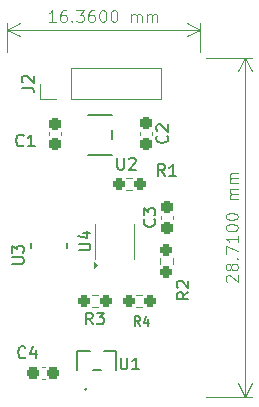
<source format=gbr>
%TF.GenerationSoftware,KiCad,Pcbnew,8.0.1*%
%TF.CreationDate,2025-01-22T19:34:23-07:00*%
%TF.ProjectId,TempSensor,54656d70-5365-46e7-936f-722e6b696361,rev?*%
%TF.SameCoordinates,Original*%
%TF.FileFunction,Legend,Top*%
%TF.FilePolarity,Positive*%
%FSLAX46Y46*%
G04 Gerber Fmt 4.6, Leading zero omitted, Abs format (unit mm)*
G04 Created by KiCad (PCBNEW 8.0.1) date 2025-01-22 19:34:23*
%MOMM*%
%LPD*%
G01*
G04 APERTURE LIST*
G04 Aperture macros list*
%AMRoundRect*
0 Rectangle with rounded corners*
0 $1 Rounding radius*
0 $2 $3 $4 $5 $6 $7 $8 $9 X,Y pos of 4 corners*
0 Add a 4 corners polygon primitive as box body*
4,1,4,$2,$3,$4,$5,$6,$7,$8,$9,$2,$3,0*
0 Add four circle primitives for the rounded corners*
1,1,$1+$1,$2,$3*
1,1,$1+$1,$4,$5*
1,1,$1+$1,$6,$7*
1,1,$1+$1,$8,$9*
0 Add four rect primitives between the rounded corners*
20,1,$1+$1,$2,$3,$4,$5,0*
20,1,$1+$1,$4,$5,$6,$7,0*
20,1,$1+$1,$6,$7,$8,$9,0*
20,1,$1+$1,$8,$9,$2,$3,0*%
G04 Aperture macros list end*
%ADD10C,0.100000*%
%ADD11C,0.150000*%
%ADD12C,0.152400*%
%ADD13C,0.120000*%
%ADD14R,0.558800X1.473200*%
%ADD15RoundRect,0.237500X-0.237500X0.300000X-0.237500X-0.300000X0.237500X-0.300000X0.237500X0.300000X0*%
%ADD16RoundRect,0.237500X-0.237500X0.250000X-0.237500X-0.250000X0.237500X-0.250000X0.237500X0.250000X0*%
%ADD17R,1.700000X1.700000*%
%ADD18O,1.700000X1.700000*%
%ADD19R,1.320800X0.508000*%
%ADD20RoundRect,0.237500X0.250000X0.237500X-0.250000X0.237500X-0.250000X-0.237500X0.250000X-0.237500X0*%
%ADD21RoundRect,0.237500X0.237500X-0.300000X0.237500X0.300000X-0.237500X0.300000X-0.237500X-0.300000X0*%
%ADD22RoundRect,0.237500X0.300000X0.237500X-0.300000X0.237500X-0.300000X-0.237500X0.300000X-0.237500X0*%
%ADD23R,0.558800X1.320800*%
%ADD24R,0.450000X1.450000*%
G04 APERTURE END LIST*
D10*
X188592657Y-80434046D02*
X188545038Y-80386427D01*
X188545038Y-80386427D02*
X188497419Y-80291189D01*
X188497419Y-80291189D02*
X188497419Y-80053094D01*
X188497419Y-80053094D02*
X188545038Y-79957856D01*
X188545038Y-79957856D02*
X188592657Y-79910237D01*
X188592657Y-79910237D02*
X188687895Y-79862618D01*
X188687895Y-79862618D02*
X188783133Y-79862618D01*
X188783133Y-79862618D02*
X188925990Y-79910237D01*
X188925990Y-79910237D02*
X189497419Y-80481665D01*
X189497419Y-80481665D02*
X189497419Y-79862618D01*
X188925990Y-79291189D02*
X188878371Y-79386427D01*
X188878371Y-79386427D02*
X188830752Y-79434046D01*
X188830752Y-79434046D02*
X188735514Y-79481665D01*
X188735514Y-79481665D02*
X188687895Y-79481665D01*
X188687895Y-79481665D02*
X188592657Y-79434046D01*
X188592657Y-79434046D02*
X188545038Y-79386427D01*
X188545038Y-79386427D02*
X188497419Y-79291189D01*
X188497419Y-79291189D02*
X188497419Y-79100713D01*
X188497419Y-79100713D02*
X188545038Y-79005475D01*
X188545038Y-79005475D02*
X188592657Y-78957856D01*
X188592657Y-78957856D02*
X188687895Y-78910237D01*
X188687895Y-78910237D02*
X188735514Y-78910237D01*
X188735514Y-78910237D02*
X188830752Y-78957856D01*
X188830752Y-78957856D02*
X188878371Y-79005475D01*
X188878371Y-79005475D02*
X188925990Y-79100713D01*
X188925990Y-79100713D02*
X188925990Y-79291189D01*
X188925990Y-79291189D02*
X188973609Y-79386427D01*
X188973609Y-79386427D02*
X189021228Y-79434046D01*
X189021228Y-79434046D02*
X189116466Y-79481665D01*
X189116466Y-79481665D02*
X189306942Y-79481665D01*
X189306942Y-79481665D02*
X189402180Y-79434046D01*
X189402180Y-79434046D02*
X189449800Y-79386427D01*
X189449800Y-79386427D02*
X189497419Y-79291189D01*
X189497419Y-79291189D02*
X189497419Y-79100713D01*
X189497419Y-79100713D02*
X189449800Y-79005475D01*
X189449800Y-79005475D02*
X189402180Y-78957856D01*
X189402180Y-78957856D02*
X189306942Y-78910237D01*
X189306942Y-78910237D02*
X189116466Y-78910237D01*
X189116466Y-78910237D02*
X189021228Y-78957856D01*
X189021228Y-78957856D02*
X188973609Y-79005475D01*
X188973609Y-79005475D02*
X188925990Y-79100713D01*
X189402180Y-78481665D02*
X189449800Y-78434046D01*
X189449800Y-78434046D02*
X189497419Y-78481665D01*
X189497419Y-78481665D02*
X189449800Y-78529284D01*
X189449800Y-78529284D02*
X189402180Y-78481665D01*
X189402180Y-78481665D02*
X189497419Y-78481665D01*
X188497419Y-78100713D02*
X188497419Y-77434047D01*
X188497419Y-77434047D02*
X189497419Y-77862618D01*
X189497419Y-76529285D02*
X189497419Y-77100713D01*
X189497419Y-76814999D02*
X188497419Y-76814999D01*
X188497419Y-76814999D02*
X188640276Y-76910237D01*
X188640276Y-76910237D02*
X188735514Y-77005475D01*
X188735514Y-77005475D02*
X188783133Y-77100713D01*
X188497419Y-75910237D02*
X188497419Y-75814999D01*
X188497419Y-75814999D02*
X188545038Y-75719761D01*
X188545038Y-75719761D02*
X188592657Y-75672142D01*
X188592657Y-75672142D02*
X188687895Y-75624523D01*
X188687895Y-75624523D02*
X188878371Y-75576904D01*
X188878371Y-75576904D02*
X189116466Y-75576904D01*
X189116466Y-75576904D02*
X189306942Y-75624523D01*
X189306942Y-75624523D02*
X189402180Y-75672142D01*
X189402180Y-75672142D02*
X189449800Y-75719761D01*
X189449800Y-75719761D02*
X189497419Y-75814999D01*
X189497419Y-75814999D02*
X189497419Y-75910237D01*
X189497419Y-75910237D02*
X189449800Y-76005475D01*
X189449800Y-76005475D02*
X189402180Y-76053094D01*
X189402180Y-76053094D02*
X189306942Y-76100713D01*
X189306942Y-76100713D02*
X189116466Y-76148332D01*
X189116466Y-76148332D02*
X188878371Y-76148332D01*
X188878371Y-76148332D02*
X188687895Y-76100713D01*
X188687895Y-76100713D02*
X188592657Y-76053094D01*
X188592657Y-76053094D02*
X188545038Y-76005475D01*
X188545038Y-76005475D02*
X188497419Y-75910237D01*
X188497419Y-74957856D02*
X188497419Y-74862618D01*
X188497419Y-74862618D02*
X188545038Y-74767380D01*
X188545038Y-74767380D02*
X188592657Y-74719761D01*
X188592657Y-74719761D02*
X188687895Y-74672142D01*
X188687895Y-74672142D02*
X188878371Y-74624523D01*
X188878371Y-74624523D02*
X189116466Y-74624523D01*
X189116466Y-74624523D02*
X189306942Y-74672142D01*
X189306942Y-74672142D02*
X189402180Y-74719761D01*
X189402180Y-74719761D02*
X189449800Y-74767380D01*
X189449800Y-74767380D02*
X189497419Y-74862618D01*
X189497419Y-74862618D02*
X189497419Y-74957856D01*
X189497419Y-74957856D02*
X189449800Y-75053094D01*
X189449800Y-75053094D02*
X189402180Y-75100713D01*
X189402180Y-75100713D02*
X189306942Y-75148332D01*
X189306942Y-75148332D02*
X189116466Y-75195951D01*
X189116466Y-75195951D02*
X188878371Y-75195951D01*
X188878371Y-75195951D02*
X188687895Y-75148332D01*
X188687895Y-75148332D02*
X188592657Y-75100713D01*
X188592657Y-75100713D02*
X188545038Y-75053094D01*
X188545038Y-75053094D02*
X188497419Y-74957856D01*
X189497419Y-73434046D02*
X188830752Y-73434046D01*
X188925990Y-73434046D02*
X188878371Y-73386427D01*
X188878371Y-73386427D02*
X188830752Y-73291189D01*
X188830752Y-73291189D02*
X188830752Y-73148332D01*
X188830752Y-73148332D02*
X188878371Y-73053094D01*
X188878371Y-73053094D02*
X188973609Y-73005475D01*
X188973609Y-73005475D02*
X189497419Y-73005475D01*
X188973609Y-73005475D02*
X188878371Y-72957856D01*
X188878371Y-72957856D02*
X188830752Y-72862618D01*
X188830752Y-72862618D02*
X188830752Y-72719761D01*
X188830752Y-72719761D02*
X188878371Y-72624522D01*
X188878371Y-72624522D02*
X188973609Y-72576903D01*
X188973609Y-72576903D02*
X189497419Y-72576903D01*
X189497419Y-72100713D02*
X188830752Y-72100713D01*
X188925990Y-72100713D02*
X188878371Y-72053094D01*
X188878371Y-72053094D02*
X188830752Y-71957856D01*
X188830752Y-71957856D02*
X188830752Y-71814999D01*
X188830752Y-71814999D02*
X188878371Y-71719761D01*
X188878371Y-71719761D02*
X188973609Y-71672142D01*
X188973609Y-71672142D02*
X189497419Y-71672142D01*
X188973609Y-71672142D02*
X188878371Y-71624523D01*
X188878371Y-71624523D02*
X188830752Y-71529285D01*
X188830752Y-71529285D02*
X188830752Y-71386428D01*
X188830752Y-71386428D02*
X188878371Y-71291189D01*
X188878371Y-71291189D02*
X188973609Y-71243570D01*
X188973609Y-71243570D02*
X189497419Y-71243570D01*
X186805000Y-61460000D02*
X190726420Y-61460000D01*
X186805000Y-90170000D02*
X190726420Y-90170000D01*
X190140000Y-61460000D02*
X190140000Y-90170000D01*
X190140000Y-61460000D02*
X190140000Y-90170000D01*
X190140000Y-61460000D02*
X190726421Y-62586504D01*
X190140000Y-61460000D02*
X189553579Y-62586504D01*
X190140000Y-90170000D02*
X189553579Y-89043496D01*
X190140000Y-90170000D02*
X190726421Y-89043496D01*
X174077381Y-58437419D02*
X173505953Y-58437419D01*
X173791667Y-58437419D02*
X173791667Y-57437419D01*
X173791667Y-57437419D02*
X173696429Y-57580276D01*
X173696429Y-57580276D02*
X173601191Y-57675514D01*
X173601191Y-57675514D02*
X173505953Y-57723133D01*
X174934524Y-57437419D02*
X174744048Y-57437419D01*
X174744048Y-57437419D02*
X174648810Y-57485038D01*
X174648810Y-57485038D02*
X174601191Y-57532657D01*
X174601191Y-57532657D02*
X174505953Y-57675514D01*
X174505953Y-57675514D02*
X174458334Y-57865990D01*
X174458334Y-57865990D02*
X174458334Y-58246942D01*
X174458334Y-58246942D02*
X174505953Y-58342180D01*
X174505953Y-58342180D02*
X174553572Y-58389800D01*
X174553572Y-58389800D02*
X174648810Y-58437419D01*
X174648810Y-58437419D02*
X174839286Y-58437419D01*
X174839286Y-58437419D02*
X174934524Y-58389800D01*
X174934524Y-58389800D02*
X174982143Y-58342180D01*
X174982143Y-58342180D02*
X175029762Y-58246942D01*
X175029762Y-58246942D02*
X175029762Y-58008847D01*
X175029762Y-58008847D02*
X174982143Y-57913609D01*
X174982143Y-57913609D02*
X174934524Y-57865990D01*
X174934524Y-57865990D02*
X174839286Y-57818371D01*
X174839286Y-57818371D02*
X174648810Y-57818371D01*
X174648810Y-57818371D02*
X174553572Y-57865990D01*
X174553572Y-57865990D02*
X174505953Y-57913609D01*
X174505953Y-57913609D02*
X174458334Y-58008847D01*
X175458334Y-58342180D02*
X175505953Y-58389800D01*
X175505953Y-58389800D02*
X175458334Y-58437419D01*
X175458334Y-58437419D02*
X175410715Y-58389800D01*
X175410715Y-58389800D02*
X175458334Y-58342180D01*
X175458334Y-58342180D02*
X175458334Y-58437419D01*
X175839286Y-57437419D02*
X176458333Y-57437419D01*
X176458333Y-57437419D02*
X176125000Y-57818371D01*
X176125000Y-57818371D02*
X176267857Y-57818371D01*
X176267857Y-57818371D02*
X176363095Y-57865990D01*
X176363095Y-57865990D02*
X176410714Y-57913609D01*
X176410714Y-57913609D02*
X176458333Y-58008847D01*
X176458333Y-58008847D02*
X176458333Y-58246942D01*
X176458333Y-58246942D02*
X176410714Y-58342180D01*
X176410714Y-58342180D02*
X176363095Y-58389800D01*
X176363095Y-58389800D02*
X176267857Y-58437419D01*
X176267857Y-58437419D02*
X175982143Y-58437419D01*
X175982143Y-58437419D02*
X175886905Y-58389800D01*
X175886905Y-58389800D02*
X175839286Y-58342180D01*
X177315476Y-57437419D02*
X177125000Y-57437419D01*
X177125000Y-57437419D02*
X177029762Y-57485038D01*
X177029762Y-57485038D02*
X176982143Y-57532657D01*
X176982143Y-57532657D02*
X176886905Y-57675514D01*
X176886905Y-57675514D02*
X176839286Y-57865990D01*
X176839286Y-57865990D02*
X176839286Y-58246942D01*
X176839286Y-58246942D02*
X176886905Y-58342180D01*
X176886905Y-58342180D02*
X176934524Y-58389800D01*
X176934524Y-58389800D02*
X177029762Y-58437419D01*
X177029762Y-58437419D02*
X177220238Y-58437419D01*
X177220238Y-58437419D02*
X177315476Y-58389800D01*
X177315476Y-58389800D02*
X177363095Y-58342180D01*
X177363095Y-58342180D02*
X177410714Y-58246942D01*
X177410714Y-58246942D02*
X177410714Y-58008847D01*
X177410714Y-58008847D02*
X177363095Y-57913609D01*
X177363095Y-57913609D02*
X177315476Y-57865990D01*
X177315476Y-57865990D02*
X177220238Y-57818371D01*
X177220238Y-57818371D02*
X177029762Y-57818371D01*
X177029762Y-57818371D02*
X176934524Y-57865990D01*
X176934524Y-57865990D02*
X176886905Y-57913609D01*
X176886905Y-57913609D02*
X176839286Y-58008847D01*
X178029762Y-57437419D02*
X178125000Y-57437419D01*
X178125000Y-57437419D02*
X178220238Y-57485038D01*
X178220238Y-57485038D02*
X178267857Y-57532657D01*
X178267857Y-57532657D02*
X178315476Y-57627895D01*
X178315476Y-57627895D02*
X178363095Y-57818371D01*
X178363095Y-57818371D02*
X178363095Y-58056466D01*
X178363095Y-58056466D02*
X178315476Y-58246942D01*
X178315476Y-58246942D02*
X178267857Y-58342180D01*
X178267857Y-58342180D02*
X178220238Y-58389800D01*
X178220238Y-58389800D02*
X178125000Y-58437419D01*
X178125000Y-58437419D02*
X178029762Y-58437419D01*
X178029762Y-58437419D02*
X177934524Y-58389800D01*
X177934524Y-58389800D02*
X177886905Y-58342180D01*
X177886905Y-58342180D02*
X177839286Y-58246942D01*
X177839286Y-58246942D02*
X177791667Y-58056466D01*
X177791667Y-58056466D02*
X177791667Y-57818371D01*
X177791667Y-57818371D02*
X177839286Y-57627895D01*
X177839286Y-57627895D02*
X177886905Y-57532657D01*
X177886905Y-57532657D02*
X177934524Y-57485038D01*
X177934524Y-57485038D02*
X178029762Y-57437419D01*
X178982143Y-57437419D02*
X179077381Y-57437419D01*
X179077381Y-57437419D02*
X179172619Y-57485038D01*
X179172619Y-57485038D02*
X179220238Y-57532657D01*
X179220238Y-57532657D02*
X179267857Y-57627895D01*
X179267857Y-57627895D02*
X179315476Y-57818371D01*
X179315476Y-57818371D02*
X179315476Y-58056466D01*
X179315476Y-58056466D02*
X179267857Y-58246942D01*
X179267857Y-58246942D02*
X179220238Y-58342180D01*
X179220238Y-58342180D02*
X179172619Y-58389800D01*
X179172619Y-58389800D02*
X179077381Y-58437419D01*
X179077381Y-58437419D02*
X178982143Y-58437419D01*
X178982143Y-58437419D02*
X178886905Y-58389800D01*
X178886905Y-58389800D02*
X178839286Y-58342180D01*
X178839286Y-58342180D02*
X178791667Y-58246942D01*
X178791667Y-58246942D02*
X178744048Y-58056466D01*
X178744048Y-58056466D02*
X178744048Y-57818371D01*
X178744048Y-57818371D02*
X178791667Y-57627895D01*
X178791667Y-57627895D02*
X178839286Y-57532657D01*
X178839286Y-57532657D02*
X178886905Y-57485038D01*
X178886905Y-57485038D02*
X178982143Y-57437419D01*
X180505953Y-58437419D02*
X180505953Y-57770752D01*
X180505953Y-57865990D02*
X180553572Y-57818371D01*
X180553572Y-57818371D02*
X180648810Y-57770752D01*
X180648810Y-57770752D02*
X180791667Y-57770752D01*
X180791667Y-57770752D02*
X180886905Y-57818371D01*
X180886905Y-57818371D02*
X180934524Y-57913609D01*
X180934524Y-57913609D02*
X180934524Y-58437419D01*
X180934524Y-57913609D02*
X180982143Y-57818371D01*
X180982143Y-57818371D02*
X181077381Y-57770752D01*
X181077381Y-57770752D02*
X181220238Y-57770752D01*
X181220238Y-57770752D02*
X181315477Y-57818371D01*
X181315477Y-57818371D02*
X181363096Y-57913609D01*
X181363096Y-57913609D02*
X181363096Y-58437419D01*
X181839286Y-58437419D02*
X181839286Y-57770752D01*
X181839286Y-57865990D02*
X181886905Y-57818371D01*
X181886905Y-57818371D02*
X181982143Y-57770752D01*
X181982143Y-57770752D02*
X182125000Y-57770752D01*
X182125000Y-57770752D02*
X182220238Y-57818371D01*
X182220238Y-57818371D02*
X182267857Y-57913609D01*
X182267857Y-57913609D02*
X182267857Y-58437419D01*
X182267857Y-57913609D02*
X182315476Y-57818371D01*
X182315476Y-57818371D02*
X182410714Y-57770752D01*
X182410714Y-57770752D02*
X182553571Y-57770752D01*
X182553571Y-57770752D02*
X182648810Y-57818371D01*
X182648810Y-57818371D02*
X182696429Y-57913609D01*
X182696429Y-57913609D02*
X182696429Y-58437419D01*
X169945000Y-60960000D02*
X169945000Y-58493580D01*
X186305000Y-60960000D02*
X186305000Y-58493580D01*
X169945000Y-59080000D02*
X186305000Y-59080000D01*
X169945000Y-59080000D02*
X186305000Y-59080000D01*
X169945000Y-59080000D02*
X171071504Y-58493579D01*
X169945000Y-59080000D02*
X171071504Y-59666421D01*
X186305000Y-59080000D02*
X185178496Y-59666421D01*
X186305000Y-59080000D02*
X185178496Y-58493579D01*
D11*
X170394817Y-78939302D02*
X171204340Y-78939302D01*
X171204340Y-78939302D02*
X171299578Y-78891683D01*
X171299578Y-78891683D02*
X171347198Y-78844064D01*
X171347198Y-78844064D02*
X171394817Y-78748826D01*
X171394817Y-78748826D02*
X171394817Y-78558350D01*
X171394817Y-78558350D02*
X171347198Y-78463112D01*
X171347198Y-78463112D02*
X171299578Y-78415493D01*
X171299578Y-78415493D02*
X171204340Y-78367874D01*
X171204340Y-78367874D02*
X170394817Y-78367874D01*
X170394817Y-77986921D02*
X170394817Y-77367874D01*
X170394817Y-77367874D02*
X170775769Y-77701207D01*
X170775769Y-77701207D02*
X170775769Y-77558350D01*
X170775769Y-77558350D02*
X170823388Y-77463112D01*
X170823388Y-77463112D02*
X170871007Y-77415493D01*
X170871007Y-77415493D02*
X170966245Y-77367874D01*
X170966245Y-77367874D02*
X171204340Y-77367874D01*
X171204340Y-77367874D02*
X171299578Y-77415493D01*
X171299578Y-77415493D02*
X171347198Y-77463112D01*
X171347198Y-77463112D02*
X171394817Y-77558350D01*
X171394817Y-77558350D02*
X171394817Y-77844064D01*
X171394817Y-77844064D02*
X171347198Y-77939302D01*
X171347198Y-77939302D02*
X171299578Y-77986921D01*
X171363333Y-68879580D02*
X171315714Y-68927200D01*
X171315714Y-68927200D02*
X171172857Y-68974819D01*
X171172857Y-68974819D02*
X171077619Y-68974819D01*
X171077619Y-68974819D02*
X170934762Y-68927200D01*
X170934762Y-68927200D02*
X170839524Y-68831961D01*
X170839524Y-68831961D02*
X170791905Y-68736723D01*
X170791905Y-68736723D02*
X170744286Y-68546247D01*
X170744286Y-68546247D02*
X170744286Y-68403390D01*
X170744286Y-68403390D02*
X170791905Y-68212914D01*
X170791905Y-68212914D02*
X170839524Y-68117676D01*
X170839524Y-68117676D02*
X170934762Y-68022438D01*
X170934762Y-68022438D02*
X171077619Y-67974819D01*
X171077619Y-67974819D02*
X171172857Y-67974819D01*
X171172857Y-67974819D02*
X171315714Y-68022438D01*
X171315714Y-68022438D02*
X171363333Y-68070057D01*
X172315714Y-68974819D02*
X171744286Y-68974819D01*
X172030000Y-68974819D02*
X172030000Y-67974819D01*
X172030000Y-67974819D02*
X171934762Y-68117676D01*
X171934762Y-68117676D02*
X171839524Y-68212914D01*
X171839524Y-68212914D02*
X171744286Y-68260533D01*
X185324819Y-81306666D02*
X184848628Y-81639999D01*
X185324819Y-81878094D02*
X184324819Y-81878094D01*
X184324819Y-81878094D02*
X184324819Y-81497142D01*
X184324819Y-81497142D02*
X184372438Y-81401904D01*
X184372438Y-81401904D02*
X184420057Y-81354285D01*
X184420057Y-81354285D02*
X184515295Y-81306666D01*
X184515295Y-81306666D02*
X184658152Y-81306666D01*
X184658152Y-81306666D02*
X184753390Y-81354285D01*
X184753390Y-81354285D02*
X184801009Y-81401904D01*
X184801009Y-81401904D02*
X184848628Y-81497142D01*
X184848628Y-81497142D02*
X184848628Y-81878094D01*
X184420057Y-80925713D02*
X184372438Y-80878094D01*
X184372438Y-80878094D02*
X184324819Y-80782856D01*
X184324819Y-80782856D02*
X184324819Y-80544761D01*
X184324819Y-80544761D02*
X184372438Y-80449523D01*
X184372438Y-80449523D02*
X184420057Y-80401904D01*
X184420057Y-80401904D02*
X184515295Y-80354285D01*
X184515295Y-80354285D02*
X184610533Y-80354285D01*
X184610533Y-80354285D02*
X184753390Y-80401904D01*
X184753390Y-80401904D02*
X185324819Y-80973332D01*
X185324819Y-80973332D02*
X185324819Y-80354285D01*
X171214819Y-63993333D02*
X171929104Y-63993333D01*
X171929104Y-63993333D02*
X172071961Y-64040952D01*
X172071961Y-64040952D02*
X172167200Y-64136190D01*
X172167200Y-64136190D02*
X172214819Y-64279047D01*
X172214819Y-64279047D02*
X172214819Y-64374285D01*
X171310057Y-63564761D02*
X171262438Y-63517142D01*
X171262438Y-63517142D02*
X171214819Y-63421904D01*
X171214819Y-63421904D02*
X171214819Y-63183809D01*
X171214819Y-63183809D02*
X171262438Y-63088571D01*
X171262438Y-63088571D02*
X171310057Y-63040952D01*
X171310057Y-63040952D02*
X171405295Y-62993333D01*
X171405295Y-62993333D02*
X171500533Y-62993333D01*
X171500533Y-62993333D02*
X171643390Y-63040952D01*
X171643390Y-63040952D02*
X172214819Y-63612380D01*
X172214819Y-63612380D02*
X172214819Y-62993333D01*
X179308095Y-69934819D02*
X179308095Y-70744342D01*
X179308095Y-70744342D02*
X179355714Y-70839580D01*
X179355714Y-70839580D02*
X179403333Y-70887200D01*
X179403333Y-70887200D02*
X179498571Y-70934819D01*
X179498571Y-70934819D02*
X179689047Y-70934819D01*
X179689047Y-70934819D02*
X179784285Y-70887200D01*
X179784285Y-70887200D02*
X179831904Y-70839580D01*
X179831904Y-70839580D02*
X179879523Y-70744342D01*
X179879523Y-70744342D02*
X179879523Y-69934819D01*
X180308095Y-70030057D02*
X180355714Y-69982438D01*
X180355714Y-69982438D02*
X180450952Y-69934819D01*
X180450952Y-69934819D02*
X180689047Y-69934819D01*
X180689047Y-69934819D02*
X180784285Y-69982438D01*
X180784285Y-69982438D02*
X180831904Y-70030057D01*
X180831904Y-70030057D02*
X180879523Y-70125295D01*
X180879523Y-70125295D02*
X180879523Y-70220533D01*
X180879523Y-70220533D02*
X180831904Y-70363390D01*
X180831904Y-70363390D02*
X180260476Y-70934819D01*
X180260476Y-70934819D02*
X180879523Y-70934819D01*
X177223333Y-84044819D02*
X176890000Y-83568628D01*
X176651905Y-84044819D02*
X176651905Y-83044819D01*
X176651905Y-83044819D02*
X177032857Y-83044819D01*
X177032857Y-83044819D02*
X177128095Y-83092438D01*
X177128095Y-83092438D02*
X177175714Y-83140057D01*
X177175714Y-83140057D02*
X177223333Y-83235295D01*
X177223333Y-83235295D02*
X177223333Y-83378152D01*
X177223333Y-83378152D02*
X177175714Y-83473390D01*
X177175714Y-83473390D02*
X177128095Y-83521009D01*
X177128095Y-83521009D02*
X177032857Y-83568628D01*
X177032857Y-83568628D02*
X176651905Y-83568628D01*
X177556667Y-83044819D02*
X178175714Y-83044819D01*
X178175714Y-83044819D02*
X177842381Y-83425771D01*
X177842381Y-83425771D02*
X177985238Y-83425771D01*
X177985238Y-83425771D02*
X178080476Y-83473390D01*
X178080476Y-83473390D02*
X178128095Y-83521009D01*
X178128095Y-83521009D02*
X178175714Y-83616247D01*
X178175714Y-83616247D02*
X178175714Y-83854342D01*
X178175714Y-83854342D02*
X178128095Y-83949580D01*
X178128095Y-83949580D02*
X178080476Y-83997200D01*
X178080476Y-83997200D02*
X177985238Y-84044819D01*
X177985238Y-84044819D02*
X177699524Y-84044819D01*
X177699524Y-84044819D02*
X177604286Y-83997200D01*
X177604286Y-83997200D02*
X177556667Y-83949580D01*
X181226667Y-84162295D02*
X180960000Y-83781342D01*
X180769524Y-84162295D02*
X180769524Y-83362295D01*
X180769524Y-83362295D02*
X181074286Y-83362295D01*
X181074286Y-83362295D02*
X181150476Y-83400390D01*
X181150476Y-83400390D02*
X181188571Y-83438485D01*
X181188571Y-83438485D02*
X181226667Y-83514676D01*
X181226667Y-83514676D02*
X181226667Y-83628961D01*
X181226667Y-83628961D02*
X181188571Y-83705152D01*
X181188571Y-83705152D02*
X181150476Y-83743247D01*
X181150476Y-83743247D02*
X181074286Y-83781342D01*
X181074286Y-83781342D02*
X180769524Y-83781342D01*
X181912381Y-83628961D02*
X181912381Y-84162295D01*
X181721905Y-83324200D02*
X181531428Y-83895628D01*
X181531428Y-83895628D02*
X182026667Y-83895628D01*
X182429580Y-75149166D02*
X182477200Y-75196785D01*
X182477200Y-75196785D02*
X182524819Y-75339642D01*
X182524819Y-75339642D02*
X182524819Y-75434880D01*
X182524819Y-75434880D02*
X182477200Y-75577737D01*
X182477200Y-75577737D02*
X182381961Y-75672975D01*
X182381961Y-75672975D02*
X182286723Y-75720594D01*
X182286723Y-75720594D02*
X182096247Y-75768213D01*
X182096247Y-75768213D02*
X181953390Y-75768213D01*
X181953390Y-75768213D02*
X181762914Y-75720594D01*
X181762914Y-75720594D02*
X181667676Y-75672975D01*
X181667676Y-75672975D02*
X181572438Y-75577737D01*
X181572438Y-75577737D02*
X181524819Y-75434880D01*
X181524819Y-75434880D02*
X181524819Y-75339642D01*
X181524819Y-75339642D02*
X181572438Y-75196785D01*
X181572438Y-75196785D02*
X181620057Y-75149166D01*
X181524819Y-74815832D02*
X181524819Y-74196785D01*
X181524819Y-74196785D02*
X181905771Y-74530118D01*
X181905771Y-74530118D02*
X181905771Y-74387261D01*
X181905771Y-74387261D02*
X181953390Y-74292023D01*
X181953390Y-74292023D02*
X182001009Y-74244404D01*
X182001009Y-74244404D02*
X182096247Y-74196785D01*
X182096247Y-74196785D02*
X182334342Y-74196785D01*
X182334342Y-74196785D02*
X182429580Y-74244404D01*
X182429580Y-74244404D02*
X182477200Y-74292023D01*
X182477200Y-74292023D02*
X182524819Y-74387261D01*
X182524819Y-74387261D02*
X182524819Y-74672975D01*
X182524819Y-74672975D02*
X182477200Y-74768213D01*
X182477200Y-74768213D02*
X182429580Y-74815832D01*
X183509580Y-68059167D02*
X183557200Y-68106786D01*
X183557200Y-68106786D02*
X183604819Y-68249643D01*
X183604819Y-68249643D02*
X183604819Y-68344881D01*
X183604819Y-68344881D02*
X183557200Y-68487738D01*
X183557200Y-68487738D02*
X183461961Y-68582976D01*
X183461961Y-68582976D02*
X183366723Y-68630595D01*
X183366723Y-68630595D02*
X183176247Y-68678214D01*
X183176247Y-68678214D02*
X183033390Y-68678214D01*
X183033390Y-68678214D02*
X182842914Y-68630595D01*
X182842914Y-68630595D02*
X182747676Y-68582976D01*
X182747676Y-68582976D02*
X182652438Y-68487738D01*
X182652438Y-68487738D02*
X182604819Y-68344881D01*
X182604819Y-68344881D02*
X182604819Y-68249643D01*
X182604819Y-68249643D02*
X182652438Y-68106786D01*
X182652438Y-68106786D02*
X182700057Y-68059167D01*
X182700057Y-67678214D02*
X182652438Y-67630595D01*
X182652438Y-67630595D02*
X182604819Y-67535357D01*
X182604819Y-67535357D02*
X182604819Y-67297262D01*
X182604819Y-67297262D02*
X182652438Y-67202024D01*
X182652438Y-67202024D02*
X182700057Y-67154405D01*
X182700057Y-67154405D02*
X182795295Y-67106786D01*
X182795295Y-67106786D02*
X182890533Y-67106786D01*
X182890533Y-67106786D02*
X183033390Y-67154405D01*
X183033390Y-67154405D02*
X183604819Y-67725833D01*
X183604819Y-67725833D02*
X183604819Y-67106786D01*
X171523333Y-86819580D02*
X171475714Y-86867200D01*
X171475714Y-86867200D02*
X171332857Y-86914819D01*
X171332857Y-86914819D02*
X171237619Y-86914819D01*
X171237619Y-86914819D02*
X171094762Y-86867200D01*
X171094762Y-86867200D02*
X170999524Y-86771961D01*
X170999524Y-86771961D02*
X170951905Y-86676723D01*
X170951905Y-86676723D02*
X170904286Y-86486247D01*
X170904286Y-86486247D02*
X170904286Y-86343390D01*
X170904286Y-86343390D02*
X170951905Y-86152914D01*
X170951905Y-86152914D02*
X170999524Y-86057676D01*
X170999524Y-86057676D02*
X171094762Y-85962438D01*
X171094762Y-85962438D02*
X171237619Y-85914819D01*
X171237619Y-85914819D02*
X171332857Y-85914819D01*
X171332857Y-85914819D02*
X171475714Y-85962438D01*
X171475714Y-85962438D02*
X171523333Y-86010057D01*
X172380476Y-86248152D02*
X172380476Y-86914819D01*
X172142381Y-85867200D02*
X171904286Y-86581485D01*
X171904286Y-86581485D02*
X172523333Y-86581485D01*
X179588095Y-86854819D02*
X179588095Y-87664342D01*
X179588095Y-87664342D02*
X179635714Y-87759580D01*
X179635714Y-87759580D02*
X179683333Y-87807200D01*
X179683333Y-87807200D02*
X179778571Y-87854819D01*
X179778571Y-87854819D02*
X179969047Y-87854819D01*
X179969047Y-87854819D02*
X180064285Y-87807200D01*
X180064285Y-87807200D02*
X180111904Y-87759580D01*
X180111904Y-87759580D02*
X180159523Y-87664342D01*
X180159523Y-87664342D02*
X180159523Y-86854819D01*
X181159523Y-87854819D02*
X180588095Y-87854819D01*
X180873809Y-87854819D02*
X180873809Y-86854819D01*
X180873809Y-86854819D02*
X180778571Y-86997676D01*
X180778571Y-86997676D02*
X180683333Y-87092914D01*
X180683333Y-87092914D02*
X180588095Y-87140533D01*
X183323333Y-71484819D02*
X182990000Y-71008628D01*
X182751905Y-71484819D02*
X182751905Y-70484819D01*
X182751905Y-70484819D02*
X183132857Y-70484819D01*
X183132857Y-70484819D02*
X183228095Y-70532438D01*
X183228095Y-70532438D02*
X183275714Y-70580057D01*
X183275714Y-70580057D02*
X183323333Y-70675295D01*
X183323333Y-70675295D02*
X183323333Y-70818152D01*
X183323333Y-70818152D02*
X183275714Y-70913390D01*
X183275714Y-70913390D02*
X183228095Y-70961009D01*
X183228095Y-70961009D02*
X183132857Y-71008628D01*
X183132857Y-71008628D02*
X182751905Y-71008628D01*
X184275714Y-71484819D02*
X183704286Y-71484819D01*
X183990000Y-71484819D02*
X183990000Y-70484819D01*
X183990000Y-70484819D02*
X183894762Y-70627676D01*
X183894762Y-70627676D02*
X183799524Y-70722914D01*
X183799524Y-70722914D02*
X183704286Y-70770533D01*
X176029819Y-77771904D02*
X176839342Y-77771904D01*
X176839342Y-77771904D02*
X176934580Y-77724285D01*
X176934580Y-77724285D02*
X176982200Y-77676666D01*
X176982200Y-77676666D02*
X177029819Y-77581428D01*
X177029819Y-77581428D02*
X177029819Y-77390952D01*
X177029819Y-77390952D02*
X176982200Y-77295714D01*
X176982200Y-77295714D02*
X176934580Y-77248095D01*
X176934580Y-77248095D02*
X176839342Y-77200476D01*
X176839342Y-77200476D02*
X176029819Y-77200476D01*
X176363152Y-76295714D02*
X177029819Y-76295714D01*
X175982200Y-76533809D02*
X176696485Y-76771904D01*
X176696485Y-76771904D02*
X176696485Y-76152857D01*
D12*
%TO.C,U3*%
X172015999Y-77136084D02*
X172015999Y-77588716D01*
X175063999Y-77588716D02*
X175063999Y-77136084D01*
D13*
%TO.C,C1*%
X173510000Y-67756234D02*
X173510000Y-68048768D01*
X174530000Y-67756234D02*
X174530000Y-68048768D01*
%TO.C,R2*%
X182937500Y-78447776D02*
X182937500Y-78957224D01*
X183982500Y-78447776D02*
X183982500Y-78957224D01*
%TO.C,J2*%
X172760000Y-64990000D02*
X172760000Y-63660000D01*
X174090000Y-64990000D02*
X172760000Y-64990000D01*
X175360000Y-62330000D02*
X183040000Y-62330000D01*
X175360000Y-64990000D02*
X175360000Y-62330000D01*
X175360000Y-64990000D02*
X183040000Y-64990000D01*
X183040000Y-64990000D02*
X183040000Y-62330000D01*
D12*
%TO.C,U2*%
X176826700Y-69666401D02*
X178884100Y-69666401D01*
X178884100Y-66313601D02*
X176826700Y-66313601D01*
X178884100Y-68353262D02*
X178884100Y-67626740D01*
D13*
%TO.C,R3*%
X177677224Y-81567500D02*
X177167776Y-81567500D01*
X177677224Y-82612500D02*
X177167776Y-82612500D01*
%TO.C,R4*%
X181427224Y-81557500D02*
X180917776Y-81557500D01*
X181427224Y-82602500D02*
X180917776Y-82602500D01*
%TO.C,C3*%
X182990000Y-75128767D02*
X182990000Y-74836233D01*
X184010000Y-75128767D02*
X184010000Y-74836233D01*
%TO.C,C2*%
X181210000Y-67746234D02*
X181210000Y-68038768D01*
X182230000Y-67746234D02*
X182230000Y-68038768D01*
%TO.C,C4*%
X173183767Y-87620000D02*
X172891233Y-87620000D01*
X173183767Y-88640000D02*
X172891233Y-88640000D01*
D12*
%TO.C,U1*%
X175929000Y-86280500D02*
X175929000Y-87931500D01*
X176967860Y-86280500D02*
X175929000Y-86280500D01*
X177242180Y-87931500D02*
X177917820Y-87931500D01*
X179231000Y-86280500D02*
X178192140Y-86280500D01*
X179231000Y-87931500D02*
X179231000Y-86280500D01*
X176706240Y-89544400D02*
G75*
G02*
X176553840Y-89544400I-76200J0D01*
G01*
X176553840Y-89544400D02*
G75*
G02*
X176706240Y-89544400I76200J0D01*
G01*
D13*
%TO.C,R1*%
X180587224Y-71637500D02*
X180077776Y-71637500D01*
X180587224Y-72682500D02*
X180077776Y-72682500D01*
%TO.C,U4*%
X177455000Y-75510000D02*
X177455000Y-78510000D01*
X180695000Y-75510000D02*
X180695000Y-78510000D01*
X177625000Y-79010000D02*
X177295000Y-79250000D01*
X177295000Y-78770000D01*
X177625000Y-79010000D01*
G36*
X177625000Y-79010000D02*
G01*
X177295000Y-79250000D01*
X177295000Y-78770000D01*
X177625000Y-79010000D01*
G37*
%TD*%
%LPC*%
D14*
%TO.C,U3*%
X172589998Y-78480000D03*
X173539999Y-78480000D03*
X174490000Y-78480000D03*
X174490000Y-76244800D03*
X173539999Y-76244800D03*
X172589998Y-76244800D03*
%TD*%
D15*
%TO.C,C1*%
X174020000Y-67040001D03*
X174020000Y-68765001D03*
%TD*%
D16*
%TO.C,R2*%
X183460000Y-77790000D03*
X183460000Y-79615000D03*
%TD*%
D17*
%TO.C,J2*%
X174090000Y-63660000D03*
D18*
X176630000Y-63660000D03*
X179170000Y-63660000D03*
X181710000Y-63660000D03*
%TD*%
D19*
%TO.C,U2*%
X176560000Y-67040000D03*
X176560000Y-67990001D03*
X176560000Y-68940002D03*
X179150800Y-68940002D03*
X179150800Y-67040000D03*
%TD*%
D20*
%TO.C,R3*%
X178335000Y-82090000D03*
X176510000Y-82090000D03*
%TD*%
%TO.C,R4*%
X182085000Y-82080000D03*
X180260000Y-82080000D03*
%TD*%
D21*
%TO.C,C3*%
X183500000Y-75845000D03*
X183500000Y-74120000D03*
%TD*%
D15*
%TO.C,C2*%
X181720000Y-67030001D03*
X181720000Y-68755001D03*
%TD*%
D22*
%TO.C,C4*%
X173900000Y-88130000D03*
X172175000Y-88130000D03*
%TD*%
D23*
%TO.C,U1*%
X176630040Y-88122000D03*
X178529960Y-88122000D03*
X177580000Y-86090000D03*
%TD*%
D20*
%TO.C,R1*%
X181245000Y-72160000D03*
X179420000Y-72160000D03*
%TD*%
D24*
%TO.C,U4*%
X178100000Y-79210000D03*
X178750000Y-79210000D03*
X179400000Y-79210000D03*
X180050000Y-79210000D03*
X180050000Y-74810000D03*
X179400000Y-74810000D03*
X178750000Y-74810000D03*
X178100000Y-74810000D03*
%TD*%
%LPD*%
M02*

</source>
